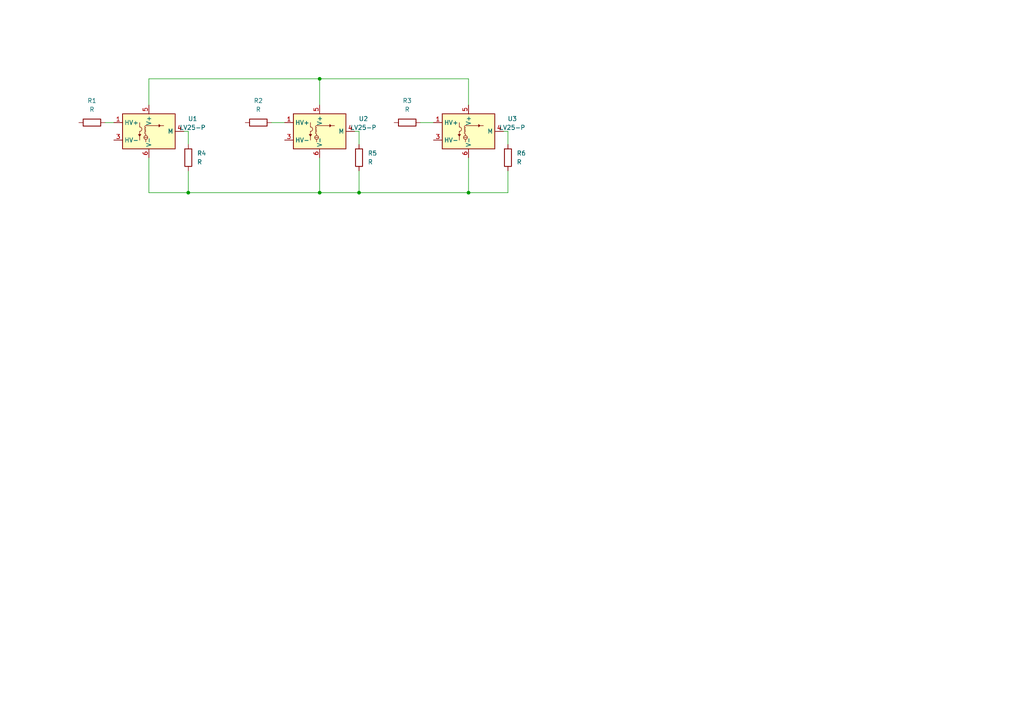
<source format=kicad_sch>
(kicad_sch (version 20231120) (generator "eeschema") (generator_version "8.0")
  (paper "A4")
  (lib_symbols
    (symbol "Device:R" (pin_numbers hide) (pin_names (offset 0))
      (property "Reference" "R" (at 2.032 0 90))
      (property "Value" "R" (at 0 0 90))
      (symbol "R_0_1"
        (rectangle (start -1.016 -2.54) (end 1.016 2.54) (stroke (width 0.254)))
      )
      (symbol "R_1_1"
        (pin passive line (at 0 3.81 270) (length 1.27) (name "~") (number "1"))
        (pin passive line (at 0 -3.81 90) (length 1.27) (name "~") (number "2"))
      )
    )
    (symbol "Sensor_Voltage:LV25-P"
      (property "Reference" "U" (at -6.35 6.35 0))
      (property "Value" "LV25-P" (at 5.08 6.35 0))
      (symbol "LV25-P_0_1"
        (arc (start -2.667 0) (mid -2.0347 0.635) (end -2.667 1.27))
        (circle (center -0.889 -1.778) (radius 0.5588))
        (arc (start -0.889 -0.127) (mid -1.1938 -0.4318) (end -0.889 -0.762))
        (arc (start -0.889 0.381) (mid -1.1419 0.127) (end -0.889 -0.127))
        (arc (start -0.889 1.016) (mid -1.1938 0.7112) (end -0.889 0.381))
        (arc (start -0.889 1.651) (mid -1.1938 1.3462) (end -0.889 1.016))
        (polyline (pts (xy -2.667 0) (xy -2.667 -2.54)))
        (polyline (pts (xy -2.667 2.54) (xy -2.667 1.27)))
        (polyline (pts (xy -1.397 -1.778) (xy -0.381 -1.778)))
        (polyline (pts (xy -0.889 -2.413) (xy -0.889 -3.048)))
        (polyline (pts (xy -0.889 -1.143) (xy -0.889 -0.762)))
        (polyline (pts (xy -0.889 1.651) (xy 4.318 1.651)))
        (polyline (pts (xy -2.921 -0.889) (xy -2.286 -0.889) (xy -2.667 -1.397) (xy -3.048 -0.889)) (fill (type outline)))
        (polyline (pts (xy 3.302 1.651) (xy 2.921 2.032) (xy 2.921 1.27) (xy 3.302 1.651)) (fill (type outline)))
        (rectangle (start 7.62 -5.08) (end -7.62 5.08) (stroke (width 0.254)) (fill (type background)))
      )
      (symbol "LV25-P_1_1"
        (pin input line (at -10.16 2.54 0) (length 2.54) (name "HV+") (number "1"))
        (pin input line (at -10.16 -2.54 0) (length 2.54) (name "HV-") (number "3"))
        (pin output line (at 10.16 0 180) (length 2.54) (name "M") (number "4"))
        (pin power_in line (at 0 7.62 270) (length 2.54) (name "V+") (number "5"))
        (pin power_in line (at 0 -7.62 90) (length 2.54) (name "V-") (number "6"))
      )
    )
  )
  (junction (at 135.89 55.88))
  (junction (at 92.71 55.88))
  (junction (at 54.61 55.88))
  (junction (at 92.71 22.86))
  (junction (at 104.14 55.88))
  (wire (pts (xy 92.71 22.86) (xy 135.89 22.86)))
  (wire (pts (xy 78.74 35.56) (xy 82.55 35.56)))
  (wire (pts (xy 104.14 38.1) (xy 104.14 41.91)))
  (wire (pts (xy 43.18 30.48) (xy 43.18 22.86)))
  (wire (pts (xy 147.32 38.1) (xy 147.32 41.91)))
  (wire (pts (xy 147.32 49.53) (xy 147.32 55.88)))
  (wire (pts (xy 135.89 45.72) (xy 135.89 55.88)))
  (wire (pts (xy 135.89 22.86) (xy 135.89 30.48)))
  (wire (pts (xy 146.05 38.1) (xy 147.32 38.1)))
  (wire (pts (xy 54.61 49.53) (xy 54.61 55.88)))
  (wire (pts (xy 53.34 38.1) (xy 54.61 38.1)))
  (wire (pts (xy 104.14 55.88) (xy 135.89 55.88)))
  (wire (pts (xy 54.61 55.88) (xy 92.71 55.88)))
  (wire (pts (xy 121.92 35.56) (xy 125.73 35.56)))
  (wire (pts (xy 43.18 22.86) (xy 92.71 22.86)))
  (wire (pts (xy 104.14 49.53) (xy 104.14 55.88)))
  (wire (pts (xy 30.48 35.56) (xy 33.02 35.56)))
  (wire (pts (xy 147.32 55.88) (xy 135.89 55.88)))
  (wire (pts (xy 102.87 38.1) (xy 104.14 38.1)))
  (wire (pts (xy 92.71 55.88) (xy 104.14 55.88)))
  (wire (pts (xy 92.71 22.86) (xy 92.71 30.48)))
  (wire (pts (xy 92.71 45.72) (xy 92.71 55.88)))
  (wire (pts (xy 43.18 55.88) (xy 54.61 55.88)))
  (wire (pts (xy 43.18 45.72) (xy 43.18 55.88)))
  (wire (pts (xy 54.61 38.1) (xy 54.61 41.91)))
  (symbol (lib_id "Device:R") (at 147.32 45.72 180) (unit 1)
    (property "Reference" "R6" (at 149.86 44.4499 0) (effects (justify right)))
    (property "Value" "R" (at 149.86 46.9899 0) (effects (justify right)))
    (property "Description" "Resistor" (effects (hide yes)))
  )
  (symbol (lib_id "Device:R") (at 26.67 35.56 270) (unit 1)
    (property "Reference" "R1" (at 26.67 29.21 90))
    (property "Value" "R" (at 26.67 31.75 90))
    (property "Description" "Resistor" (effects (hide yes)))
  )
  (symbol (lib_id "Sensor_Voltage:LV25-P") (at 92.71 38.1 0) (unit 1)
    (property "Reference" "U2" (at 105.41 34.452 0))
    (property "Value" "LV25-P" (at 105.41 36.992 0))
    (property "Footprint" "Sensor_Voltage:LEM_LV25-P" (effects (hide yes)))
    (property "Datasheet" "https://www.lem.com/sites/default/files/products_datasheets/lv_25-p.pdf" (effects (hide yes)))
    (property "Description" "LEM Voltage transducer LV 25-P" (effects (hide yes)))
  )
  (symbol (lib_id "Device:R") (at 118.11 35.56 270) (unit 1)
    (property "Reference" "R3" (at 118.11 29.21 90))
    (property "Value" "R" (at 118.11 31.75 90))
    (property "Description" "Resistor" (effects (hide yes)))
  )
  (symbol (lib_id "Device:R") (at 74.93 35.56 270) (unit 1)
    (property "Reference" "R2" (at 74.93 29.21 90))
    (property "Value" "R" (at 74.93 31.75 90))
    (property "Description" "Resistor" (effects (hide yes)))
  )
  (symbol (lib_id "Device:R") (at 54.61 45.72 180) (unit 1)
    (property "Reference" "R4" (at 57.15 44.4499 0) (effects (justify right)))
    (property "Value" "R" (at 57.15 46.9899 0) (effects (justify right)))
    (property "Description" "Resistor" (effects (hide yes)))
  )
  (symbol (lib_id "Device:R") (at 104.14 45.72 180) (unit 1)
    (property "Reference" "R5" (at 106.68 44.4499 0) (effects (justify right)))
    (property "Value" "R" (at 106.68 46.9899 0) (effects (justify right)))
    (property "Description" "Resistor" (effects (hide yes)))
  )
  (symbol (lib_id "Sensor_Voltage:LV25-P") (at 43.18 38.1 0) (unit 1)
    (property "Reference" "U1" (at 55.88 34.452 0))
    (property "Value" "LV25-P" (at 55.88 36.992 0))
    (property "Footprint" "Sensor_Voltage:LEM_LV25-P" (effects (hide yes)))
    (property "Datasheet" "https://www.lem.com/sites/default/files/products_datasheets/lv_25-p.pdf" (effects (hide yes)))
    (property "Description" "LEM Voltage transducer LV 25-P" (effects (hide yes)))
  )
  (symbol (lib_id "Sensor_Voltage:LV25-P") (at 135.89 38.1 0) (unit 1)
    (property "Reference" "U3" (at 148.59 34.452 0))
    (property "Value" "LV25-P" (at 148.59 36.992 0))
    (property "Footprint" "Sensor_Voltage:LEM_LV25-P" (effects (hide yes)))
    (property "Datasheet" "https://www.lem.com/sites/default/files/products_datasheets/lv_25-p.pdf" (effects (hide yes)))
    (property "Description" "LEM Voltage transducer LV 25-P" (effects (hide yes)))
  )
)
</source>
